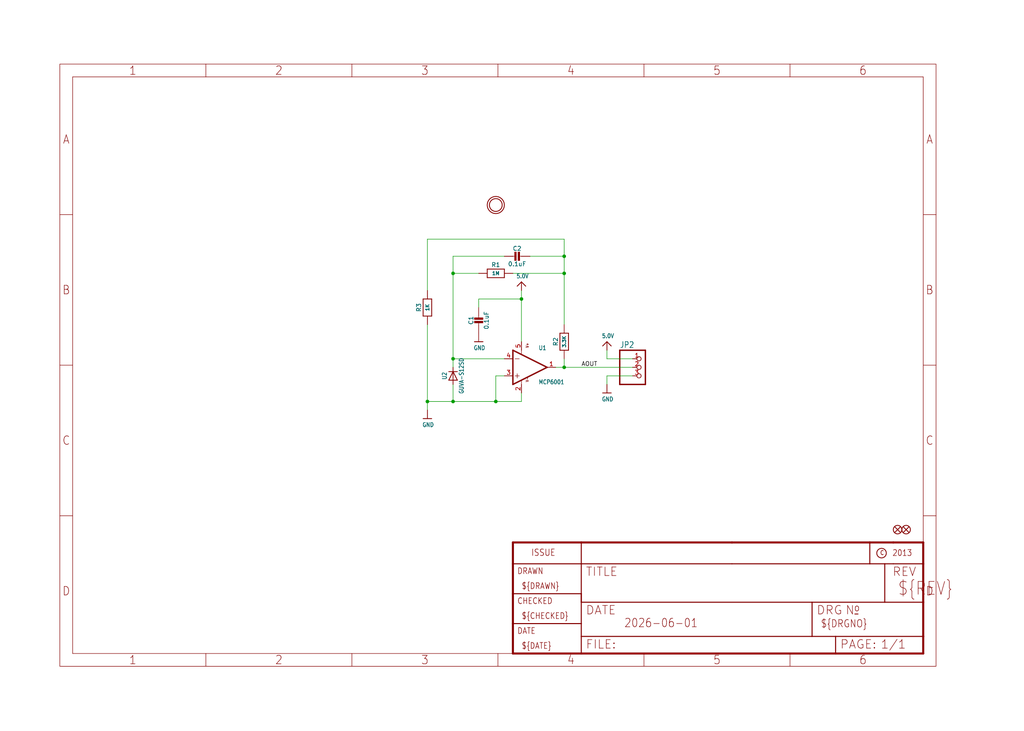
<source format=kicad_sch>
(kicad_sch (version 20230121) (generator eeschema)
  (paper "User" 304.267 217.322)
  (lib_symbols
    (symbol "working-eagle-import:5.0V" (power)
      (property "Value" "5.0V" (at -1.524 1.016 0))
      (symbol "5.0V_1_0"
        (polyline (pts (xy -1.27 -1.27) (xy 0 0)) (stroke (width 0.254)))
        (polyline (pts (xy 0 0) (xy 1.27 -1.27)) (stroke (width 0.254)))
        (pin power_in line (at 0 -2.54 90) (length 2.54) (name "5.0V") (number "1"))
      )
    )
    (symbol "working-eagle-import:CAP_CERAMIC0805-NOOUTLINE"
      (property "Reference" "C" (at -2.29 1.25 90))
      (symbol "CAP_CERAMIC0805-NOOUTLINE_1_0"
        (rectangle (start -1.27 0.508) (end 1.27 1.016) (fill (type outline)))
        (rectangle (start -1.27 1.524) (end 1.27 2.032) (fill (type outline)))
        (polyline (pts (xy 0 0.762) (xy 0 0)) (stroke (width 0.1524)))
        (polyline (pts (xy 0 2.54) (xy 0 1.778)) (stroke (width 0.1524)))
        (pin passive line (at 0 5.08 270) (length 2.54) (name "1") (number "1"))
        (pin passive line (at 0 -2.54 90) (length 2.54) (name "2") (number "2"))
      )
    )
    (symbol "working-eagle-import:FIDUCIAL{dblquote}{dblquote}"
      (symbol "FIDUCIAL{dblquote}{dblquote}_1_0"
        (polyline (pts (xy -0.762 0.762) (xy 0.762 -0.762)) (stroke (width 0.254)))
        (polyline (pts (xy 0.762 0.762) (xy -0.762 -0.762)) (stroke (width 0.254)))
        (circle (center 0 0) (radius 1.27) (stroke (width 0.254)))
      )
    )
    (symbol "working-eagle-import:FRAME_A4"
      (symbol "FRAME_A4_1_0"
        (polyline (pts (xy 0 44.7675) (xy 3.81 44.7675)))
        (polyline (pts (xy 0 89.535) (xy 3.81 89.535)))
        (polyline (pts (xy 0 134.3025) (xy 3.81 134.3025)))
        (polyline (pts (xy 3.81 3.81) (xy 3.81 175.26)))
        (polyline (pts (xy 43.3917 0) (xy 43.3917 3.81)))
        (polyline (pts (xy 43.3917 175.26) (xy 43.3917 179.07)))
        (polyline (pts (xy 86.7833 0) (xy 86.7833 3.81)))
        (polyline (pts (xy 86.7833 175.26) (xy 86.7833 179.07)))
        (polyline (pts (xy 130.175 0) (xy 130.175 3.81)))
        (polyline (pts (xy 130.175 175.26) (xy 130.175 179.07)))
        (polyline (pts (xy 173.5667 0) (xy 173.5667 3.81)))
        (polyline (pts (xy 173.5667 175.26) (xy 173.5667 179.07)))
        (polyline (pts (xy 216.9583 0) (xy 216.9583 3.81)))
        (polyline (pts (xy 216.9583 175.26) (xy 216.9583 179.07)))
        (polyline (pts (xy 256.54 3.81) (xy 3.81 3.81)))
        (polyline (pts (xy 256.54 3.81) (xy 256.54 8.89)) (stroke (width 0.1016)))
        (polyline (pts (xy 256.54 3.81) (xy 256.54 175.26)))
        (polyline (pts (xy 256.54 8.89) (xy 256.54 13.97)) (stroke (width 0.1016)))
        (polyline (pts (xy 256.54 13.97) (xy 256.54 19.05)) (stroke (width 0.1016)))
        (polyline (pts (xy 256.54 19.05) (xy 256.54 36.83)) (stroke (width 0.1016)))
        (polyline (pts (xy 256.54 44.7675) (xy 260.35 44.7675)))
        (polyline (pts (xy 256.54 89.535) (xy 260.35 89.535)))
        (polyline (pts (xy 256.54 134.3025) (xy 260.35 134.3025)))
        (polyline (pts (xy 256.54 175.26) (xy 3.81 175.26)))
        (polyline (pts (xy 0 0) (xy 260.35 0) (xy 260.35 179.07) (xy 0 179.07) (xy 0 0)))
        (text "1" (at 21.6958 1.905 0) (effects (font (size 2.54 2.286))))
        (text "1" (at 21.6958 177.165 0) (effects (font (size 2.54 2.286))))
        (text "2" (at 65.0875 1.905 0) (effects (font (size 2.54 2.286))))
        (text "2" (at 65.0875 177.165 0) (effects (font (size 2.54 2.286))))
        (text "3" (at 108.4792 1.905 0) (effects (font (size 2.54 2.286))))
        (text "3" (at 108.4792 177.165 0) (effects (font (size 2.54 2.286))))
        (text "4" (at 151.8708 1.905 0) (effects (font (size 2.54 2.286))))
        (text "4" (at 151.8708 177.165 0) (effects (font (size 2.54 2.286))))
        (text "5" (at 195.2625 1.905 0) (effects (font (size 2.54 2.286))))
        (text "5" (at 195.2625 177.165 0) (effects (font (size 2.54 2.286))))
        (text "6" (at 238.6542 1.905 0) (effects (font (size 2.54 2.286))))
        (text "6" (at 238.6542 177.165 0) (effects (font (size 2.54 2.286))))
        (text "A" (at 1.905 156.6863 0) (effects (font (size 2.54 2.286))))
        (text "A" (at 258.445 156.6863 0) (effects (font (size 2.54 2.286))))
        (text "B" (at 1.905 111.9188 0) (effects (font (size 2.54 2.286))))
        (text "B" (at 258.445 111.9188 0) (effects (font (size 2.54 2.286))))
        (text "C" (at 1.905 67.1513 0) (effects (font (size 2.54 2.286))))
        (text "C" (at 258.445 67.1513 0) (effects (font (size 2.54 2.286))))
        (text "D" (at 1.905 22.3838 0) (effects (font (size 2.54 2.286))))
        (text "D" (at 258.445 22.3838 0) (effects (font (size 2.54 2.286))))
      )
      (symbol "FRAME_A4_2_0"
        (polyline (pts (xy 1.27 -6.35) (xy 1.27 0)) (stroke (width 0.1016)))
        (polyline (pts (xy 1.27 0) (xy 82.55 0)) (stroke (width 0.1016)))
        (polyline (pts (xy 82.55 -6.35) (xy 1.27 -6.35)) (stroke (width 0.1016)))
        (polyline (pts (xy 82.55 0) (xy 82.55 -6.35)) (stroke (width 0.1016)))
        (text "PART OR WHOLE IS STRICTLY PROHIBITED WITHOUT WRITTEN PERMISSION!" (at 3.81 -5.08 0) (effects (font (size 1.27 1.0795)) (justify left bottom)))
        (text "PROPRIETARY" (at 3.81 -10.16 0) (effects (font (size 2.54 2.159) (thickness 0.4318) bold) (justify left bottom)))
        (text "THIS DRAWING CONTAINS CONFIDENTIAL INFORMATION. ANY REPRODUCTION IN" (at 3.81 -2.794 0) (effects (font (size 1.27 1.0795)) (justify left bottom)))
      )
      (symbol "FRAME_A4_3_0"
        (polyline (pts (xy 0 1.27) (xy 20.32 1.27)) (stroke (width 0.6096)))
        (polyline (pts (xy 0 10.16) (xy 0 1.27)) (stroke (width 0.6096)))
        (polyline (pts (xy 0 10.16) (xy 20.32 10.16)) (stroke (width 0.3048)))
        (polyline (pts (xy 0 19.05) (xy 0 10.16)) (stroke (width 0.6096)))
        (polyline (pts (xy 0 19.05) (xy 20.32 19.05)) (stroke (width 0.3048)))
        (polyline (pts (xy 0 27.94) (xy 0 19.05)) (stroke (width 0.6096)))
        (polyline (pts (xy 0 27.94) (xy 20.32 27.94)) (stroke (width 0.3048)))
        (polyline (pts (xy 0 34.29) (xy 0 27.94)) (stroke (width 0.6096)))
        (polyline (pts (xy 20.32 1.27) (xy 20.32 6.35)) (stroke (width 0.3048)))
        (polyline (pts (xy 20.32 1.27) (xy 95.885 1.27)) (stroke (width 0.6096)))
        (polyline (pts (xy 20.32 6.35) (xy 20.32 10.16)) (stroke (width 0.3048)))
        (polyline (pts (xy 20.32 6.35) (xy 88.9 6.35)) (stroke (width 0.3048)))
        (polyline (pts (xy 20.32 10.16) (xy 20.32 19.05)) (stroke (width 0.3048)))
        (polyline (pts (xy 20.32 16.51) (xy 20.32 19.05)) (stroke (width 0.3048)))
        (polyline (pts (xy 20.32 19.05) (xy 20.32 27.94)) (stroke (width 0.3048)))
        (polyline (pts (xy 20.32 27.94) (xy 20.32 34.29)) (stroke (width 0.3048)))
        (polyline (pts (xy 20.32 27.94) (xy 65.0875 27.94)) (stroke (width 0.3048)))
        (polyline (pts (xy 20.32 34.29) (xy 0 34.29)) (stroke (width 0.6096)))
        (polyline (pts (xy 65.0875 27.94) (xy 106.045 27.94)) (stroke (width 0.3048)))
        (polyline (pts (xy 65.0875 34.29) (xy 20.32 34.29)) (stroke (width 0.6096)))
        (polyline (pts (xy 88.9 6.35) (xy 95.885 6.35)) (stroke (width 0.3048)))
        (polyline (pts (xy 88.9 16.51) (xy 20.32 16.51)) (stroke (width 0.3048)))
        (polyline (pts (xy 88.9 16.51) (xy 88.9 6.35)) (stroke (width 0.3048)))
        (polyline (pts (xy 95.885 1.27) (xy 121.92 1.27)) (stroke (width 0.6096)))
        (polyline (pts (xy 95.885 6.35) (xy 95.885 1.27)) (stroke (width 0.3048)))
        (polyline (pts (xy 95.885 6.35) (xy 121.92 6.35)) (stroke (width 0.3048)))
        (polyline (pts (xy 101.6 13.0175) (xy 102.5525 13.0175)) (stroke (width 0.254)))
        (polyline (pts (xy 106.045 27.94) (xy 106.045 34.29)) (stroke (width 0.3048)))
        (polyline (pts (xy 106.045 27.94) (xy 110.49 27.94)) (stroke (width 0.3048)))
        (polyline (pts (xy 106.045 34.29) (xy 65.0875 34.29)) (stroke (width 0.6096)))
        (polyline (pts (xy 110.49 16.51) (xy 88.9 16.51)) (stroke (width 0.3048)))
        (polyline (pts (xy 110.49 27.94) (xy 110.49 16.51)) (stroke (width 0.3048)))
        (polyline (pts (xy 110.49 27.94) (xy 113.03 27.94)) (stroke (width 0.3048)))
        (polyline (pts (xy 113.03 27.94) (xy 121.92 27.94)) (stroke (width 0.3048)))
        (polyline (pts (xy 113.03 34.29) (xy 106.045 34.29)) (stroke (width 0.6096)))
        (polyline (pts (xy 121.92 6.35) (xy 121.92 1.27)) (stroke (width 0.6096)))
        (polyline (pts (xy 121.92 16.51) (xy 110.49 16.51)) (stroke (width 0.3048)))
        (polyline (pts (xy 121.92 16.51) (xy 121.92 6.35)) (stroke (width 0.6096)))
        (polyline (pts (xy 121.92 27.94) (xy 121.92 16.51)) (stroke (width 0.6096)))
        (polyline (pts (xy 121.92 34.29) (xy 113.03 34.29)) (stroke (width 0.6096)))
        (polyline (pts (xy 121.92 34.29) (xy 121.92 27.94)) (stroke (width 0.6096)))
        (circle (center 109.5375 31.115) (radius 1.4199) (stroke (width 0.254)))
        (text "${#}/${##}" (at 109.22 2.54 0) (effects (font (size 2.54 2.54)) (justify left bottom)))
        (text "${CHECKED}" (at 2.54 11.43 0) (effects (font (size 1.778 1.5113)) (justify left bottom)))
        (text "${COMPANY}" (at 23.6538 29.3687 0) (effects (font (size 3.175 2.6987) (thickness 0.5397) bold) (justify left bottom)))
        (text "${CURRENT_DATE}" (at 33.02 8.89 0) (effects (font (size 2.54 2.159)) (justify left bottom)))
        (text "${DATE}" (at 2.54 2.54 0) (effects (font (size 1.778 1.5113)) (justify left bottom)))
        (text "${DRAWN}" (at 2.54 20.32 0) (effects (font (size 1.778 1.5113)) (justify left bottom)))
        (text "${DRGNO}" (at 91.44 8.89 0) (effects (font (size 2.1844 1.8567)) (justify left bottom)))
        (text "${PROJECTNAME}" (at 33.3375 2.54 0) (effects (font (size 2.54 2.159)) (justify left bottom)))
        (text "${REV}" (at 114.3 18.415 0) (effects (font (size 3.81 3.2385)) (justify left bottom)))
        (text "2013" (at 112.7125 30.1625 0) (effects (font (size 1.778 1.5113)) (justify left bottom)))
        (text "C" (at 109.0612 30.48 0) (effects (font (size 1.27 1.0795)) (justify left bottom)))
        (text "CHECKED" (at 1.27 15.875 0) (effects (font (size 1.778 1.5113)) (justify left bottom)))
        (text "DATE" (at 1.27 6.985 0) (effects (font (size 1.778 1.5113)) (justify left bottom)))
        (text "DATE" (at 21.59 12.7 0) (effects (font (size 2.54 2.54)) (justify left bottom)))
        (text "DRAWN" (at 1.27 24.765 0) (effects (font (size 1.778 1.5113)) (justify left bottom)))
        (text "DRG" (at 90.17 12.7 0) (effects (font (size 2.54 2.54)) (justify left bottom)))
        (text "FILE:" (at 21.59 2.54 0) (effects (font (size 2.54 2.54)) (justify left bottom)))
        (text "ISSUE" (at 5.3975 30.1625 0) (effects (font (size 1.9304 1.6408)) (justify left bottom)))
        (text "N" (at 98.7425 12.7 0) (effects (font (size 2.54 2.54)) (justify left bottom)))
        (text "o" (at 101.2825 13.6525 0) (effects (font (size 2.1844 1.8567)) (justify left bottom)))
        (text "PAGE:" (at 97.155 2.54 0) (effects (font (size 2.54 2.54)) (justify left bottom)))
        (text "REV" (at 112.7125 24.13 0) (effects (font (size 2.54 2.54)) (justify left bottom)))
        (text "TITLE" (at 21.59 24.13 0) (effects (font (size 2.54 2.54)) (justify left bottom)))
      )
    )
    (symbol "working-eagle-import:GND" (power)
      (property "Value" "GND" (at -1.524 -2.54 0))
      (symbol "GND_1_0"
        (polyline (pts (xy -1.27 0) (xy 1.27 0)) (stroke (width 0.254)))
        (pin power_in line (at 0 2.54 270) (length 2.54) (name "GND") (number "1"))
      )
    )
    (symbol "working-eagle-import:MOUNTINGHOLE2.5"
      (symbol "MOUNTINGHOLE2.5_1_0"
        (circle (center 0 0) (radius 1.905) (stroke (width 0.254)))
        (circle (center 0 0) (radius 2.54) (stroke (width 0.254)))
      )
    )
    (symbol "working-eagle-import:OPAMP_SINGLESOT235"
      (property "Reference" "U" (at 2.54 5.08 0))
      (symbol "OPAMP_SINGLESOT235_1_0"
        (polyline (pts (xy -5.08 -5.08) (xy -5.08 5.08)) (stroke (width 0.4064)))
        (polyline (pts (xy -5.08 5.08) (xy 5.08 0)) (stroke (width 0.4064)))
        (polyline (pts (xy -4.445 -2.54) (xy -3.175 -2.54)) (stroke (width 0.1524)))
        (polyline (pts (xy -4.445 2.54) (xy -3.175 2.54)) (stroke (width 0.1524)))
        (polyline (pts (xy -3.81 -3.175) (xy -3.81 -1.905)) (stroke (width 0.1524)))
        (polyline (pts (xy -2.54 -5.08) (xy -2.54 -3.8862)) (stroke (width 0.1524)))
        (polyline (pts (xy -2.54 3.9116) (xy -2.54 5.08)) (stroke (width 0.1524)))
        (polyline (pts (xy 5.08 0) (xy -5.08 -5.08)) (stroke (width 0.4064)))
        (text "V+" (at -1.27 5.715 900) (effects (font (size 0.8128 0.6908)) (justify left top)))
        (text "V-" (at -1.27 -4.445 900) (effects (font (size 0.8128 0.6908)) (justify left top)))
        (pin output line (at 7.62 0 180) (length 2.54) (name "OUT") (number "1"))
        (pin power_in line (at -2.54 -7.62 90) (length 2.54) (name "V-") (number "2"))
        (pin input line (at -7.62 -2.54 0) (length 2.54) (name "+IN") (number "3"))
        (pin input line (at -7.62 2.54 0) (length 2.54) (name "-IN") (number "4"))
        (pin power_in line (at -2.54 7.62 270) (length 2.54) (name "V+") (number "5"))
      )
    )
    (symbol "working-eagle-import:PINHD-1X3CB"
      (property "Reference" "JP" (at -6.35 5.715 0))
      (symbol "PINHD-1X3CB_1_0"
        (polyline (pts (xy -6.35 -5.08) (xy 1.27 -5.08)) (stroke (width 0.4064)))
        (polyline (pts (xy -6.35 5.08) (xy -6.35 -5.08)) (stroke (width 0.4064)))
        (polyline (pts (xy 1.27 -5.08) (xy 1.27 5.08)) (stroke (width 0.4064)))
        (polyline (pts (xy 1.27 5.08) (xy -6.35 5.08)) (stroke (width 0.4064)))
        (pin passive inverted (at -2.54 2.54 0) (length 2.54) (name "1") (number "1"))
        (pin passive inverted (at -2.54 0 0) (length 2.54) (name "2") (number "2"))
        (pin passive inverted (at -2.54 -2.54 0) (length 2.54) (name "3") (number "3"))
      )
    )
    (symbol "working-eagle-import:RESISTOR0805_NOOUTLINE"
      (property "Reference" "R" (at 0 2.54 0))
      (symbol "RESISTOR0805_NOOUTLINE_1_0"
        (polyline (pts (xy -2.54 -1.27) (xy -2.54 1.27)) (stroke (width 0.254)))
        (polyline (pts (xy -2.54 1.27) (xy 2.54 1.27)) (stroke (width 0.254)))
        (polyline (pts (xy 2.54 -1.27) (xy -2.54 -1.27)) (stroke (width 0.254)))
        (polyline (pts (xy 2.54 1.27) (xy 2.54 -1.27)) (stroke (width 0.254)))
        (pin passive line (at -5.08 0 0) (length 2.54) (name "1") (number "1"))
        (pin passive line (at 5.08 0 180) (length 2.54) (name "2") (number "2"))
      )
    )
    (symbol "working-eagle-import:UV_GUVA-S12SD"
      (property "Reference" "U" (at 0 2.54 0))
      (symbol "UV_GUVA-S12SD_1_0"
        (polyline (pts (xy -1.27 -1.27) (xy 1.27 0)) (stroke (width 0.254)))
        (polyline (pts (xy -1.27 1.27) (xy -1.27 -1.27)) (stroke (width 0.254)))
        (polyline (pts (xy 1.27 0) (xy -1.27 1.27)) (stroke (width 0.254)))
        (polyline (pts (xy 1.27 0) (xy 1.27 -1.27)) (stroke (width 0.254)))
        (polyline (pts (xy 1.27 1.27) (xy 1.27 0)) (stroke (width 0.254)))
        (pin passive line (at -2.54 0 0) (length 2.54) (name "A") (number "A"))
        (pin passive line (at 2.54 0 180) (length 2.54) (name "C") (number "K"))
      )
    )
  )
  (junction (at 127 119.38))
  (junction (at 134.62 119.38))
  (junction (at 134.62 81.28))
  (junction (at 167.64 76.2))
  (junction (at 134.62 106.68))
  (junction (at 147.32 119.38))
  (junction (at 167.64 81.28))
  (junction (at 167.64 109.22))
  (junction (at 154.94 88.9))
  (wire (pts (xy 134.62 81.28) (xy 134.62 76.2)) (stroke (width 0.1524)))
  (wire (pts (xy 154.94 101.6) (xy 154.94 88.9)) (stroke (width 0.1524)))
  (wire (pts (xy 149.86 106.68) (xy 134.62 106.68)) (stroke (width 0.1524)))
  (wire (pts (xy 180.34 111.76) (xy 180.34 114.3)) (stroke (width 0.1524)))
  (wire (pts (xy 149.86 111.76) (xy 147.32 111.76)) (stroke (width 0.1524)))
  (wire (pts (xy 127 86.36) (xy 127 71.12)) (stroke (width 0.1524)))
  (wire (pts (xy 134.62 119.38) (xy 127 119.38)) (stroke (width 0.1524)))
  (wire (pts (xy 152.4 81.28) (xy 167.64 81.28)) (stroke (width 0.1524)))
  (wire (pts (xy 134.62 76.2) (xy 149.86 76.2)) (stroke (width 0.1524)))
  (wire (pts (xy 127 71.12) (xy 167.64 71.12)) (stroke (width 0.1524)))
  (wire (pts (xy 134.62 106.68) (xy 134.62 81.28)) (stroke (width 0.1524)))
  (wire (pts (xy 147.32 111.76) (xy 147.32 119.38)) (stroke (width 0.1524)))
  (wire (pts (xy 134.62 114.3) (xy 134.62 119.38)) (stroke (width 0.1524)))
  (wire (pts (xy 134.62 106.68) (xy 134.62 109.22)) (stroke (width 0.1524)))
  (wire (pts (xy 187.96 106.68) (xy 180.34 106.68)) (stroke (width 0.1524)))
  (wire (pts (xy 154.94 88.9) (xy 154.94 86.36)) (stroke (width 0.1524)))
  (wire (pts (xy 142.24 88.9) (xy 154.94 88.9)) (stroke (width 0.1524)))
  (wire (pts (xy 142.24 91.44) (xy 142.24 88.9)) (stroke (width 0.1524)))
  (wire (pts (xy 180.34 106.68) (xy 180.34 104.14)) (stroke (width 0.1524)))
  (wire (pts (xy 157.48 76.2) (xy 167.64 76.2)) (stroke (width 0.1524)))
  (wire (pts (xy 134.62 81.28) (xy 142.24 81.28)) (stroke (width 0.1524)))
  (wire (pts (xy 127 119.38) (xy 127 96.52)) (stroke (width 0.1524)))
  (wire (pts (xy 127 121.92) (xy 127 119.38)) (stroke (width 0.1524)))
  (wire (pts (xy 167.64 109.22) (xy 187.96 109.22)) (stroke (width 0.1524)))
  (wire (pts (xy 167.64 76.2) (xy 167.64 81.28)) (stroke (width 0.1524)))
  (wire (pts (xy 167.64 71.12) (xy 167.64 76.2)) (stroke (width 0.1524)))
  (wire (pts (xy 147.32 119.38) (xy 134.62 119.38)) (stroke (width 0.1524)))
  (wire (pts (xy 154.94 116.84) (xy 154.94 119.38)) (stroke (width 0.1524)))
  (wire (pts (xy 187.96 111.76) (xy 180.34 111.76)) (stroke (width 0.1524)))
  (wire (pts (xy 165.1 109.22) (xy 167.64 109.22)) (stroke (width 0.1524)))
  (wire (pts (xy 167.64 109.22) (xy 167.64 106.68)) (stroke (width 0.1524)))
  (wire (pts (xy 154.94 119.38) (xy 147.32 119.38)) (stroke (width 0.1524)))
  (wire (pts (xy 167.64 81.28) (xy 167.64 96.52)) (stroke (width 0.1524)))
  (label "AOUT" (at 172.72 109.22 0) (effects (font (size 1.2446 1.2446))))
  (symbol (lib_id "working-eagle-import:5.0V") (at 154.94 83.82 0) (unit 1)
    (property "Reference" "#U$1" (effects hide))
    (property "Value" "5.0V" (at 153.416 82.804 0) (effects (font (size 1.27 1.0795)) (justify left bottom)))
  )
  (symbol (lib_id "working-eagle-import:FRAME_A4") (at 152.4 195.58 0) (unit 3)
    (property "Reference" "#FRAME1" (effects hide))
    (property "Value" "FRAME_A4" (effects hide))
  )
  (symbol (lib_id "working-eagle-import:FRAME_A4") (at 17.78 198.12 0) (unit 1)
    (property "Reference" "#FRAME1" (effects hide))
    (property "Value" "FRAME_A4" (effects hide))
  )
  (symbol (lib_id "working-eagle-import:5.0V") (at 180.34 101.6 0) (unit 1)
    (property "Reference" "#U$4" (effects hide))
    (property "Value" "5.0V" (at 178.816 100.584 0) (effects (font (size 1.27 1.0795)) (justify left bottom)))
  )
  (symbol (lib_id "working-eagle-import:CAP_CERAMIC0805-NOOUTLINE") (at 142.24 96.52 0) (unit 1)
    (property "Reference" "C1" (at 139.95 95.27 90))
    (property "Value" "0.1uF" (at 144.54 95.27 90))
    (property "Footprint" "working:0805-NO" (effects hide))
  )
  (symbol (lib_id "working-eagle-import:GND") (at 127 124.46 0) (unit 1)
    (property "Reference" "#U$3" (effects hide))
    (property "Value" "GND" (at 125.476 127 0) (effects (font (size 1.27 1.0795)) (justify left bottom)))
  )
  (symbol (lib_id "working-eagle-import:GND") (at 142.24 101.6 0) (unit 1)
    (property "Reference" "#U$2" (effects hide))
    (property "Value" "GND" (at 140.716 104.14 0) (effects (font (size 1.27 1.0795)) (justify left bottom)))
  )
  (symbol (lib_id "working-eagle-import:FIDUCIAL{dblquote}{dblquote}") (at 266.7 157.48 0) (unit 1)
    (property "Reference" "FID2" (effects hide))
    (property "Value" "FIDUCIAL{dblquote}{dblquote}" (effects hide))
    (property "Footprint" "working:FIDUCIAL_1MM" (effects hide))
  )
  (symbol (lib_id "working-eagle-import:RESISTOR0805_NOOUTLINE") (at 167.64 101.6 90) (unit 1)
    (property "Reference" "R2" (at 165.1 101.6 0))
    (property "Value" "3.3K" (at 167.64 101.6 0) (effects (font (size 1.016 1.016) bold)))
    (property "Footprint" "working:0805-NO" (effects hide))
  )
  (symbol (lib_id "working-eagle-import:FIDUCIAL{dblquote}{dblquote}") (at 269.24 157.48 0) (unit 1)
    (property "Reference" "FID1" (effects hide))
    (property "Value" "FIDUCIAL{dblquote}{dblquote}" (effects hide))
    (property "Footprint" "working:FIDUCIAL_1MM" (effects hide))
  )
  (symbol (lib_id "working-eagle-import:PINHD-1X3CB") (at 190.5 109.22 0) (unit 1)
    (property "Reference" "JP2" (at 184.15 103.505 0) (effects (font (size 1.778 1.5113)) (justify left bottom)))
    (property "Value" "PINHD-1X3CB" (effects hide))
    (property "Footprint" "working:1X03-CLEANBIG" (effects hide))
  )
  (symbol (lib_id "working-eagle-import:GND") (at 180.34 116.84 0) (unit 1)
    (property "Reference" "#U$5" (effects hide))
    (property "Value" "GND" (at 178.816 119.38 0) (effects (font (size 1.27 1.0795)) (justify left bottom)))
  )
  (symbol (lib_id "working-eagle-import:OPAMP_SINGLESOT235") (at 157.48 109.22 0) (unit 1)
    (property "Reference" "U1" (at 160.02 104.14 0) (effects (font (size 1.27 1.0795)) (justify left bottom)))
    (property "Value" "MCP6001" (at 160.02 114.3 0) (effects (font (size 1.27 1.0795)) (justify left bottom)))
    (property "Footprint" "working:SOT23-5" (effects hide))
  )
  (symbol (lib_id "working-eagle-import:RESISTOR0805_NOOUTLINE") (at 127 91.44 90) (unit 1)
    (property "Reference" "R3" (at 124.46 91.44 0))
    (property "Value" "1K" (at 127 91.44 0) (effects (font (size 1.016 1.016) bold)))
    (property "Footprint" "working:0805-NO" (effects hide))
  )
  (symbol (lib_id "working-eagle-import:UV_GUVA-S12SD") (at 134.62 111.76 90) (unit 1)
    (property "Reference" "U2" (at 132.08 111.76 0) (effects (font (size 1.27 1.0795))))
    (property "Value" "GUVA-S12SD" (at 137.12 111.76 0) (effects (font (size 1.27 1.0795))))
    (property "Footprint" "working:GUVA-S12SD" (effects hide))
  )
  (symbol (lib_id "working-eagle-import:CAP_CERAMIC0805-NOOUTLINE") (at 152.4 76.2 270) (unit 1)
    (property "Reference" "C2" (at 153.65 73.91 90))
    (property "Value" "0.1uF" (at 153.65 78.5 90))
    (property "Footprint" "working:0805-NO" (effects hide))
  )
  (symbol (lib_id "working-eagle-import:MOUNTINGHOLE2.5") (at 147.32 60.96 0) (unit 1)
    (property "Reference" "U$6" (effects hide))
    (property "Value" "MOUNTINGHOLE2.5" (effects hide))
    (property "Footprint" "working:MOUNTINGHOLE_2.5_PLATED" (effects hide))
  )
  (symbol (lib_id "working-eagle-import:RESISTOR0805_NOOUTLINE") (at 147.32 81.28 0) (unit 1)
    (property "Reference" "R1" (at 147.32 78.74 0))
    (property "Value" "1M" (at 147.32 81.28 0) (effects (font (size 1.016 1.016) bold)))
    (property "Footprint" "working:0805-NO" (effects hide))
  )
)
</source>
